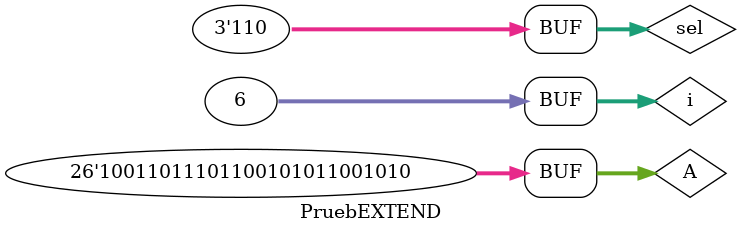
<source format=v>
`timescale 1ns / 1ps


module PruebEXTEND;

	//Objetivo de la prueba:
	// Verificar el adecuado funcionamiento del bloque extend.
	//Para observar correctamente la simulacion colocar en el tiempo 0.6


		// Inputs
		reg [31:6] A;
		reg [2:0] sel;

		// Outputs
		wire [31:0] O;

		// Instantiate the Unit Under Test (UUT)
		Extend uut (
			.A(A), 
			.O(O), 
			.sel(sel)
		);
	integer i=0;
		initial begin
			// Initialize Inputs
			
			//Se prueba con dos valores de entradas, con el fin de ver la extencion con signo
			//A = 'b00011011101100101011001010;
			A = 'b10011011101100101011001010;
			sel = 0;

			// Wait 100 ns for global reset to finish
			#100;
			
			//Por medio del for se simularan todos las posibilidades del extend
			//en el mismo orden que se colocaron en el case.
			for (i=0;i<=5;i=i+1)
			begin
				sel = sel + 1;
				#100;
			end; 
			// Add stimulus here

	// Se espera que la concatenacion se cumpla de manera correcta, ademas que la extencion 
	//del signo se logre, lo cual se logra satisfactoriamente

	end
endmodule


</source>
